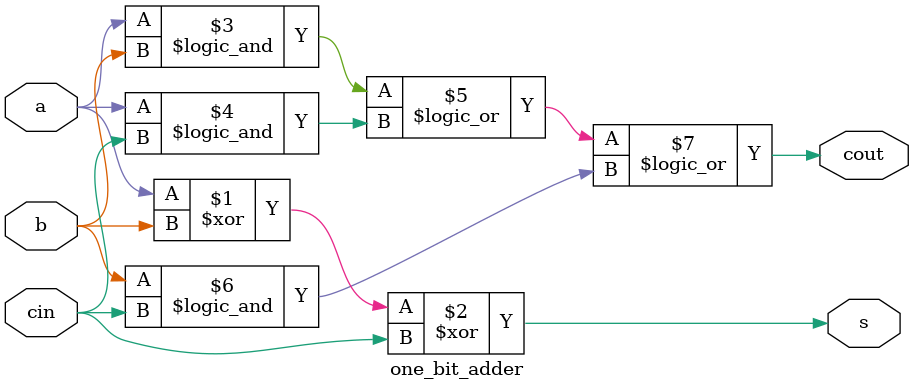
<source format=v>
module one_bit_adder (input a, input b, input cin, output s, output cout);
    assign s = (a ^ b) ^ cin;
    assign cout = (a && b) || (a && cin) || (b && cin);
endmodule
</source>
